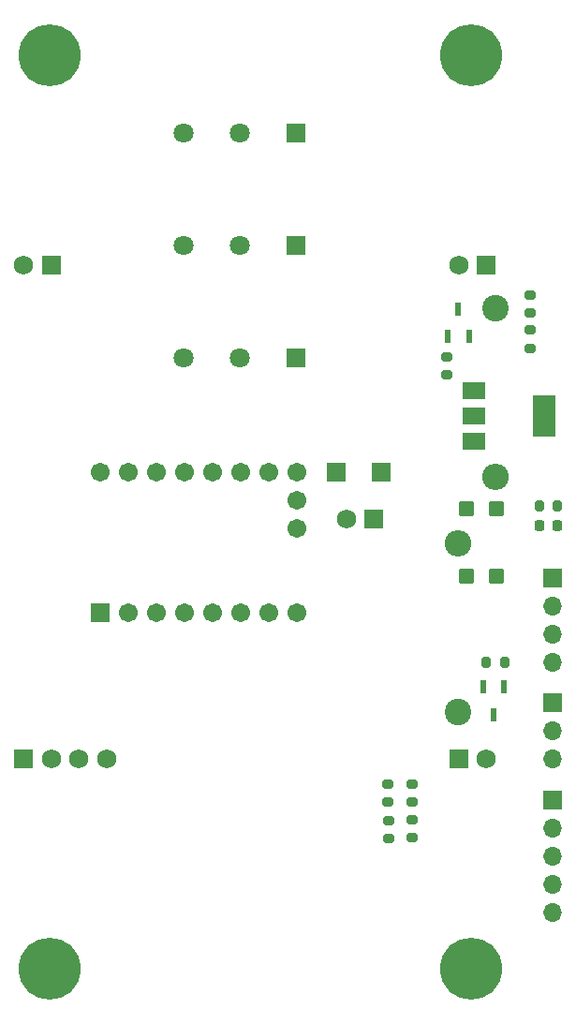
<source format=gbr>
%TF.GenerationSoftware,KiCad,Pcbnew,7.0.10-7.0.10~ubuntu22.04.1*%
%TF.CreationDate,2024-01-29T18:04:03-05:00*%
%TF.ProjectId,CoreIO,436f7265-494f-42e6-9b69-6361645f7063,rev?*%
%TF.SameCoordinates,Original*%
%TF.FileFunction,Soldermask,Top*%
%TF.FilePolarity,Negative*%
%FSLAX46Y46*%
G04 Gerber Fmt 4.6, Leading zero omitted, Abs format (unit mm)*
G04 Created by KiCad (PCBNEW 7.0.10-7.0.10~ubuntu22.04.1) date 2024-01-29 18:04:03*
%MOMM*%
%LPD*%
G01*
G04 APERTURE LIST*
G04 Aperture macros list*
%AMRoundRect*
0 Rectangle with rounded corners*
0 $1 Rounding radius*
0 $2 $3 $4 $5 $6 $7 $8 $9 X,Y pos of 4 corners*
0 Add a 4 corners polygon primitive as box body*
4,1,4,$2,$3,$4,$5,$6,$7,$8,$9,$2,$3,0*
0 Add four circle primitives for the rounded corners*
1,1,$1+$1,$2,$3*
1,1,$1+$1,$4,$5*
1,1,$1+$1,$6,$7*
1,1,$1+$1,$8,$9*
0 Add four rect primitives between the rounded corners*
20,1,$1+$1,$2,$3,$4,$5,0*
20,1,$1+$1,$4,$5,$6,$7,0*
20,1,$1+$1,$6,$7,$8,$9,0*
20,1,$1+$1,$8,$9,$2,$3,0*%
G04 Aperture macros list end*
%ADD10R,1.700000X1.700000*%
%ADD11O,1.700000X1.700000*%
%ADD12RoundRect,0.088500X0.206500X-0.516500X0.206500X0.516500X-0.206500X0.516500X-0.206500X-0.516500X0*%
%ADD13C,3.600000*%
%ADD14C,5.600000*%
%ADD15R,1.800000X1.700000*%
%ADD16R,1.750000X1.750000*%
%ADD17C,1.750000*%
%ADD18R,1.800000X1.800000*%
%ADD19C,1.800000*%
%ADD20RoundRect,0.200000X-0.275000X0.200000X-0.275000X-0.200000X0.275000X-0.200000X0.275000X0.200000X0*%
%ADD21RoundRect,0.218750X0.218750X0.256250X-0.218750X0.256250X-0.218750X-0.256250X0.218750X-0.256250X0*%
%ADD22RoundRect,0.250000X0.450000X0.425000X-0.450000X0.425000X-0.450000X-0.425000X0.450000X-0.425000X0*%
%ADD23RoundRect,0.200000X-0.200000X-0.275000X0.200000X-0.275000X0.200000X0.275000X-0.200000X0.275000X0*%
%ADD24RoundRect,0.088500X-0.206500X0.516500X-0.206500X-0.516500X0.206500X-0.516500X0.206500X0.516500X0*%
%ADD25RoundRect,0.102000X0.754000X-0.754000X0.754000X0.754000X-0.754000X0.754000X-0.754000X-0.754000X0*%
%ADD26C,1.712000*%
%ADD27RoundRect,0.200000X0.275000X-0.200000X0.275000X0.200000X-0.275000X0.200000X-0.275000X-0.200000X0*%
%ADD28R,2.000000X1.500000*%
%ADD29R,2.000000X3.800000*%
%ADD30RoundRect,0.200000X0.200000X0.275000X-0.200000X0.275000X-0.200000X-0.275000X0.200000X-0.275000X0*%
%ADD31C,2.400000*%
%ADD32O,2.400000X2.400000*%
G04 APERTURE END LIST*
D10*
%TO.C,J5*%
X174210000Y-100970000D03*
D11*
X174210000Y-103510000D03*
X174210000Y-106050000D03*
X174210000Y-108590000D03*
%TD*%
D12*
%TO.C,Q2*%
X164785000Y-79172500D03*
X166685000Y-79172500D03*
X165735000Y-76662500D03*
%TD*%
D13*
%TO.C,H4*%
X128821044Y-136276378D03*
D14*
X128821044Y-136276378D03*
%TD*%
D15*
%TO.C,D2*%
X158750000Y-91440000D03*
X154650000Y-91440000D03*
%TD*%
D16*
%TO.C,J2*%
X128910400Y-72665000D03*
D17*
X126410400Y-72665000D03*
%TD*%
D18*
%TO.C,S1*%
X151023176Y-81059176D03*
D19*
X145943176Y-81059176D03*
X140863176Y-81059176D03*
%TD*%
D20*
%TO.C,R6*%
X164719000Y-80963000D03*
X164719000Y-82613000D03*
%TD*%
%TO.C,R8*%
X172237400Y-78550000D03*
X172237400Y-80200000D03*
%TD*%
D21*
%TO.C,D1*%
X174675900Y-96215200D03*
X173100900Y-96215200D03*
%TD*%
D22*
%TO.C,C1*%
X169164000Y-94691200D03*
X166464000Y-94691200D03*
%TD*%
D16*
%TO.C,J3*%
X168255000Y-72665000D03*
D17*
X165755000Y-72665000D03*
%TD*%
D18*
%TO.C,S2*%
X151023058Y-70888941D03*
D19*
X145943058Y-70888941D03*
X140863058Y-70888941D03*
%TD*%
D13*
%TO.C,H3*%
X166909025Y-53739054D03*
D14*
X166909025Y-53739054D03*
%TD*%
D20*
%TO.C,R5*%
X159385000Y-119571000D03*
X159385000Y-121221000D03*
%TD*%
D10*
%TO.C,Pyro2*%
X174223940Y-121061705D03*
D11*
X174223940Y-123601705D03*
X174223940Y-126141705D03*
X174223940Y-128681705D03*
X174223940Y-131221705D03*
%TD*%
D16*
%TO.C,J4*%
X165755000Y-117348410D03*
D17*
X168255000Y-117348410D03*
%TD*%
D20*
%TO.C,R10*%
X161544000Y-122822200D03*
X161544000Y-124472200D03*
%TD*%
D23*
%TO.C,R1*%
X173063400Y-94437200D03*
X174713400Y-94437200D03*
%TD*%
D24*
%TO.C,Q1*%
X169860000Y-110794100D03*
X167960000Y-110794100D03*
X168910000Y-113304100D03*
%TD*%
D16*
%TO.C,J1*%
X126410400Y-117348410D03*
D17*
X128910400Y-117348410D03*
X131410400Y-117348410D03*
X133910400Y-117348410D03*
%TD*%
D25*
%TO.C,U1*%
X133350000Y-104140000D03*
D26*
X135890000Y-104140000D03*
X138430000Y-104140000D03*
X140970000Y-104140000D03*
X143510000Y-104140000D03*
X146050000Y-104140000D03*
X148590000Y-104140000D03*
X151130000Y-104140000D03*
X133350000Y-91440000D03*
X135890000Y-91440000D03*
X138430000Y-91440000D03*
X140970000Y-91440000D03*
X143510000Y-91440000D03*
X146050000Y-91440000D03*
X148590000Y-91440000D03*
X151130000Y-91440000D03*
X151130000Y-96520000D03*
X151130000Y-93980000D03*
%TD*%
D27*
%TO.C,R11*%
X159410400Y-124523000D03*
X159410400Y-122873000D03*
%TD*%
D13*
%TO.C,H2*%
X166902698Y-136268782D03*
D14*
X166902698Y-136268782D03*
%TD*%
D20*
%TO.C,R7*%
X172237400Y-75400400D03*
X172237400Y-77050400D03*
%TD*%
D18*
%TO.C,S3*%
X151059176Y-60762470D03*
D19*
X145979176Y-60762470D03*
X140899176Y-60762470D03*
%TD*%
D27*
%TO.C,R2*%
X161544000Y-121221000D03*
X161544000Y-119571000D03*
%TD*%
D22*
%TO.C,C2*%
X169193200Y-100838000D03*
X166493200Y-100838000D03*
%TD*%
D28*
%TO.C,U2*%
X167150000Y-88660000D03*
D29*
X173450000Y-86360000D03*
D28*
X167150000Y-86360000D03*
X167150000Y-84060000D03*
%TD*%
D13*
%TO.C,H1*%
X128816000Y-53739054D03*
D14*
X128816000Y-53739054D03*
%TD*%
D10*
%TO.C,Stepper2*%
X174223940Y-112241705D03*
D11*
X174223940Y-114781705D03*
X174223940Y-117321705D03*
%TD*%
D30*
%TO.C,R9*%
X169912800Y-108610400D03*
X168262800Y-108610400D03*
%TD*%
D16*
%TO.C,BT1*%
X158095000Y-95610000D03*
D17*
X155595000Y-95610000D03*
%TD*%
D31*
%TO.C,R4*%
X165658800Y-113080800D03*
D32*
X165658800Y-97840800D03*
%TD*%
D31*
%TO.C,R3*%
X169113200Y-76606400D03*
D32*
X169113200Y-91846400D03*
%TD*%
M02*

</source>
